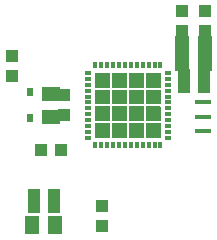
<source format=gbr>
G04 EAGLE Gerber RS-274X export*
G75*
%MOMM*%
%FSLAX34Y34*%
%LPD*%
%INSolderpaste Bottom*%
%IPPOS*%
%AMOC8*
5,1,8,0,0,1.08239X$1,22.5*%
G01*
%ADD10R,1.100000X1.000000*%
%ADD11R,1.300000X1.500000*%
%ADD12R,1.000000X1.100000*%
%ADD13R,1.399997X0.400000*%
%ADD14R,1.500000X1.300000*%
%ADD15R,0.550000X0.297181*%
%ADD16R,0.297181X0.550000*%
%ADD17R,0.500000X0.800000*%

G36*
X-13635Y164324D02*
X-13635Y164324D01*
X-13632Y164323D01*
X-13589Y164343D01*
X-13546Y164361D01*
X-13545Y164363D01*
X-13543Y164364D01*
X-13510Y164449D01*
X-13510Y176673D01*
X-13511Y176675D01*
X-13510Y176677D01*
X-13530Y176720D01*
X-13549Y176764D01*
X-13551Y176764D01*
X-13552Y176766D01*
X-13637Y176799D01*
X-25861Y176799D01*
X-25863Y176798D01*
X-25865Y176799D01*
X-25908Y176779D01*
X-25951Y176761D01*
X-25952Y176759D01*
X-25954Y176758D01*
X-25987Y176673D01*
X-25987Y164449D01*
X-25986Y164447D01*
X-25987Y164445D01*
X-25967Y164402D01*
X-25948Y164358D01*
X-25946Y164358D01*
X-25945Y164356D01*
X-25861Y164323D01*
X-13637Y164323D01*
X-13635Y164324D01*
G37*
G36*
X14814Y164324D02*
X14814Y164324D01*
X14816Y164323D01*
X14859Y164343D01*
X14902Y164361D01*
X14903Y164363D01*
X14905Y164364D01*
X14938Y164449D01*
X14938Y176673D01*
X14937Y176675D01*
X14938Y176677D01*
X14918Y176720D01*
X14899Y176764D01*
X14897Y176764D01*
X14896Y176766D01*
X14812Y176799D01*
X2588Y176799D01*
X2586Y176798D01*
X2583Y176799D01*
X2540Y176779D01*
X2497Y176761D01*
X2496Y176759D01*
X2494Y176758D01*
X2461Y176673D01*
X2461Y164449D01*
X2462Y164447D01*
X2461Y164445D01*
X2481Y164402D01*
X2500Y164358D01*
X2502Y164358D01*
X2503Y164356D01*
X2588Y164323D01*
X14812Y164323D01*
X14814Y164324D01*
G37*
G36*
X590Y164324D02*
X590Y164324D01*
X592Y164323D01*
X635Y164343D01*
X678Y164361D01*
X679Y164363D01*
X681Y164364D01*
X714Y164449D01*
X714Y176673D01*
X713Y176675D01*
X714Y176677D01*
X694Y176720D01*
X675Y176764D01*
X673Y176764D01*
X672Y176766D01*
X588Y176799D01*
X-11637Y176799D01*
X-11639Y176798D01*
X-11641Y176799D01*
X-11684Y176779D01*
X-11727Y176761D01*
X-11728Y176759D01*
X-11730Y176758D01*
X-11763Y176673D01*
X-11763Y164449D01*
X-11762Y164447D01*
X-11763Y164445D01*
X-11743Y164402D01*
X-11724Y164358D01*
X-11722Y164358D01*
X-11721Y164356D01*
X-11637Y164323D01*
X588Y164323D01*
X590Y164324D01*
G37*
G36*
X29038Y164324D02*
X29038Y164324D01*
X29040Y164323D01*
X29083Y164343D01*
X29126Y164361D01*
X29127Y164363D01*
X29129Y164364D01*
X29162Y164449D01*
X29162Y176673D01*
X29161Y176675D01*
X29162Y176677D01*
X29142Y176720D01*
X29123Y176764D01*
X29121Y176764D01*
X29120Y176766D01*
X29036Y176799D01*
X16812Y176799D01*
X16810Y176798D01*
X16807Y176799D01*
X16764Y176779D01*
X16721Y176761D01*
X16720Y176759D01*
X16718Y176758D01*
X16685Y176673D01*
X16685Y164449D01*
X16686Y164447D01*
X16685Y164445D01*
X16705Y164402D01*
X16724Y164358D01*
X16726Y164358D01*
X16727Y164356D01*
X16812Y164323D01*
X29036Y164323D01*
X29038Y164324D01*
G37*
G36*
X14814Y150100D02*
X14814Y150100D01*
X14816Y150099D01*
X14859Y150119D01*
X14902Y150137D01*
X14903Y150139D01*
X14905Y150140D01*
X14938Y150225D01*
X14938Y162449D01*
X14937Y162451D01*
X14938Y162453D01*
X14918Y162496D01*
X14899Y162540D01*
X14897Y162540D01*
X14896Y162542D01*
X14812Y162575D01*
X2588Y162575D01*
X2586Y162574D01*
X2583Y162575D01*
X2540Y162555D01*
X2497Y162537D01*
X2496Y162535D01*
X2494Y162534D01*
X2461Y162449D01*
X2461Y150225D01*
X2462Y150223D01*
X2461Y150221D01*
X2481Y150178D01*
X2500Y150134D01*
X2502Y150134D01*
X2503Y150132D01*
X2588Y150099D01*
X14812Y150099D01*
X14814Y150100D01*
G37*
G36*
X-13635Y150100D02*
X-13635Y150100D01*
X-13632Y150099D01*
X-13589Y150119D01*
X-13546Y150137D01*
X-13545Y150139D01*
X-13543Y150140D01*
X-13510Y150225D01*
X-13510Y162449D01*
X-13511Y162451D01*
X-13510Y162453D01*
X-13530Y162496D01*
X-13549Y162540D01*
X-13551Y162540D01*
X-13552Y162542D01*
X-13637Y162575D01*
X-25861Y162575D01*
X-25863Y162574D01*
X-25865Y162575D01*
X-25908Y162555D01*
X-25951Y162537D01*
X-25952Y162535D01*
X-25954Y162534D01*
X-25987Y162449D01*
X-25987Y150225D01*
X-25986Y150223D01*
X-25987Y150221D01*
X-25967Y150178D01*
X-25948Y150134D01*
X-25946Y150134D01*
X-25945Y150132D01*
X-25861Y150099D01*
X-13637Y150099D01*
X-13635Y150100D01*
G37*
G36*
X590Y150100D02*
X590Y150100D01*
X592Y150099D01*
X635Y150119D01*
X678Y150137D01*
X679Y150139D01*
X681Y150140D01*
X714Y150225D01*
X714Y162449D01*
X713Y162451D01*
X714Y162453D01*
X694Y162496D01*
X675Y162540D01*
X673Y162540D01*
X672Y162542D01*
X588Y162575D01*
X-11637Y162575D01*
X-11639Y162574D01*
X-11641Y162575D01*
X-11684Y162555D01*
X-11727Y162537D01*
X-11728Y162535D01*
X-11730Y162534D01*
X-11763Y162449D01*
X-11763Y150225D01*
X-11762Y150223D01*
X-11763Y150221D01*
X-11743Y150178D01*
X-11724Y150134D01*
X-11722Y150134D01*
X-11721Y150132D01*
X-11637Y150099D01*
X588Y150099D01*
X590Y150100D01*
G37*
G36*
X29038Y150100D02*
X29038Y150100D01*
X29040Y150099D01*
X29083Y150119D01*
X29126Y150137D01*
X29127Y150139D01*
X29129Y150140D01*
X29162Y150225D01*
X29162Y162449D01*
X29161Y162451D01*
X29162Y162453D01*
X29142Y162496D01*
X29123Y162540D01*
X29121Y162540D01*
X29120Y162542D01*
X29036Y162575D01*
X16812Y162575D01*
X16810Y162574D01*
X16807Y162575D01*
X16764Y162555D01*
X16721Y162537D01*
X16720Y162535D01*
X16718Y162534D01*
X16685Y162449D01*
X16685Y150225D01*
X16686Y150223D01*
X16685Y150221D01*
X16705Y150178D01*
X16724Y150134D01*
X16726Y150134D01*
X16727Y150132D01*
X16812Y150099D01*
X29036Y150099D01*
X29038Y150100D01*
G37*
G36*
X-13635Y135876D02*
X-13635Y135876D01*
X-13632Y135875D01*
X-13589Y135895D01*
X-13546Y135913D01*
X-13545Y135915D01*
X-13543Y135916D01*
X-13510Y136001D01*
X-13510Y148225D01*
X-13511Y148227D01*
X-13510Y148229D01*
X-13530Y148272D01*
X-13549Y148316D01*
X-13551Y148316D01*
X-13552Y148318D01*
X-13637Y148351D01*
X-25861Y148351D01*
X-25863Y148350D01*
X-25865Y148351D01*
X-25908Y148331D01*
X-25951Y148313D01*
X-25952Y148311D01*
X-25954Y148310D01*
X-25987Y148225D01*
X-25987Y136001D01*
X-25986Y135999D01*
X-25987Y135997D01*
X-25967Y135954D01*
X-25948Y135910D01*
X-25946Y135910D01*
X-25945Y135908D01*
X-25861Y135875D01*
X-13637Y135875D01*
X-13635Y135876D01*
G37*
G36*
X14814Y135876D02*
X14814Y135876D01*
X14816Y135875D01*
X14859Y135895D01*
X14902Y135913D01*
X14903Y135915D01*
X14905Y135916D01*
X14938Y136001D01*
X14938Y148225D01*
X14937Y148227D01*
X14938Y148229D01*
X14918Y148272D01*
X14899Y148316D01*
X14897Y148316D01*
X14896Y148318D01*
X14812Y148351D01*
X2588Y148351D01*
X2586Y148350D01*
X2583Y148351D01*
X2540Y148331D01*
X2497Y148313D01*
X2496Y148311D01*
X2494Y148310D01*
X2461Y148225D01*
X2461Y136001D01*
X2462Y135999D01*
X2461Y135997D01*
X2481Y135954D01*
X2500Y135910D01*
X2502Y135910D01*
X2503Y135908D01*
X2588Y135875D01*
X14812Y135875D01*
X14814Y135876D01*
G37*
G36*
X590Y135876D02*
X590Y135876D01*
X592Y135875D01*
X635Y135895D01*
X678Y135913D01*
X679Y135915D01*
X681Y135916D01*
X714Y136001D01*
X714Y148225D01*
X713Y148227D01*
X714Y148229D01*
X694Y148272D01*
X675Y148316D01*
X673Y148316D01*
X672Y148318D01*
X588Y148351D01*
X-11637Y148351D01*
X-11639Y148350D01*
X-11641Y148351D01*
X-11684Y148331D01*
X-11727Y148313D01*
X-11728Y148311D01*
X-11730Y148310D01*
X-11763Y148225D01*
X-11763Y136001D01*
X-11762Y135999D01*
X-11763Y135997D01*
X-11743Y135954D01*
X-11724Y135910D01*
X-11722Y135910D01*
X-11721Y135908D01*
X-11637Y135875D01*
X588Y135875D01*
X590Y135876D01*
G37*
G36*
X29038Y135876D02*
X29038Y135876D01*
X29040Y135875D01*
X29083Y135895D01*
X29126Y135913D01*
X29127Y135915D01*
X29129Y135916D01*
X29162Y136001D01*
X29162Y148225D01*
X29161Y148227D01*
X29162Y148229D01*
X29142Y148272D01*
X29123Y148316D01*
X29121Y148316D01*
X29120Y148318D01*
X29036Y148351D01*
X16812Y148351D01*
X16810Y148350D01*
X16807Y148351D01*
X16764Y148331D01*
X16721Y148313D01*
X16720Y148311D01*
X16718Y148310D01*
X16685Y148225D01*
X16685Y136001D01*
X16686Y135999D01*
X16685Y135997D01*
X16705Y135954D01*
X16724Y135910D01*
X16726Y135910D01*
X16727Y135908D01*
X16812Y135875D01*
X29036Y135875D01*
X29038Y135876D01*
G37*
G36*
X590Y121652D02*
X590Y121652D01*
X592Y121651D01*
X635Y121671D01*
X678Y121689D01*
X679Y121691D01*
X681Y121692D01*
X714Y121777D01*
X714Y134001D01*
X713Y134003D01*
X714Y134005D01*
X694Y134048D01*
X675Y134092D01*
X673Y134092D01*
X672Y134094D01*
X588Y134127D01*
X-11637Y134127D01*
X-11639Y134126D01*
X-11641Y134127D01*
X-11684Y134107D01*
X-11727Y134089D01*
X-11728Y134087D01*
X-11730Y134086D01*
X-11763Y134001D01*
X-11763Y121777D01*
X-11762Y121775D01*
X-11763Y121773D01*
X-11743Y121730D01*
X-11724Y121686D01*
X-11722Y121686D01*
X-11721Y121684D01*
X-11637Y121651D01*
X588Y121651D01*
X590Y121652D01*
G37*
G36*
X14814Y121652D02*
X14814Y121652D01*
X14816Y121651D01*
X14859Y121671D01*
X14902Y121689D01*
X14903Y121691D01*
X14905Y121692D01*
X14938Y121777D01*
X14938Y134001D01*
X14937Y134003D01*
X14938Y134005D01*
X14918Y134048D01*
X14899Y134092D01*
X14897Y134092D01*
X14896Y134094D01*
X14812Y134127D01*
X2588Y134127D01*
X2586Y134126D01*
X2583Y134127D01*
X2540Y134107D01*
X2497Y134089D01*
X2496Y134087D01*
X2494Y134086D01*
X2461Y134001D01*
X2461Y121777D01*
X2462Y121775D01*
X2461Y121773D01*
X2481Y121730D01*
X2500Y121686D01*
X2502Y121686D01*
X2503Y121684D01*
X2588Y121651D01*
X14812Y121651D01*
X14814Y121652D01*
G37*
G36*
X29038Y121652D02*
X29038Y121652D01*
X29040Y121651D01*
X29083Y121671D01*
X29126Y121689D01*
X29127Y121691D01*
X29129Y121692D01*
X29162Y121777D01*
X29162Y134001D01*
X29161Y134003D01*
X29162Y134005D01*
X29142Y134048D01*
X29123Y134092D01*
X29121Y134092D01*
X29120Y134094D01*
X29036Y134127D01*
X16812Y134127D01*
X16810Y134126D01*
X16807Y134127D01*
X16764Y134107D01*
X16721Y134089D01*
X16720Y134087D01*
X16718Y134086D01*
X16685Y134001D01*
X16685Y121777D01*
X16686Y121775D01*
X16685Y121773D01*
X16705Y121730D01*
X16724Y121686D01*
X16726Y121686D01*
X16727Y121684D01*
X16812Y121651D01*
X29036Y121651D01*
X29038Y121652D01*
G37*
G36*
X-13635Y121652D02*
X-13635Y121652D01*
X-13632Y121651D01*
X-13589Y121671D01*
X-13546Y121689D01*
X-13545Y121691D01*
X-13543Y121692D01*
X-13510Y121777D01*
X-13510Y134001D01*
X-13511Y134003D01*
X-13510Y134005D01*
X-13530Y134048D01*
X-13549Y134092D01*
X-13551Y134092D01*
X-13552Y134094D01*
X-13637Y134127D01*
X-25861Y134127D01*
X-25863Y134126D01*
X-25865Y134127D01*
X-25908Y134107D01*
X-25951Y134089D01*
X-25952Y134087D01*
X-25954Y134086D01*
X-25987Y134001D01*
X-25987Y121777D01*
X-25986Y121775D01*
X-25987Y121773D01*
X-25967Y121730D01*
X-25948Y121686D01*
X-25946Y121686D01*
X-25945Y121684D01*
X-25861Y121651D01*
X-13637Y121651D01*
X-13635Y121652D01*
G37*
D10*
X65650Y165100D03*
X48650Y165100D03*
D11*
X47650Y185738D03*
X66650Y185738D03*
D12*
X-55000Y111125D03*
X-72000Y111125D03*
D13*
X65088Y151700D03*
X65088Y139700D03*
X65088Y127700D03*
D12*
X-52388Y140725D03*
X-52388Y157725D03*
D10*
X65650Y174625D03*
X48650Y174625D03*
D11*
X47650Y200025D03*
X66650Y200025D03*
D10*
X-96838Y174063D03*
X-96838Y191063D03*
D14*
X-63500Y158725D03*
X-63500Y139725D03*
D10*
X66675Y229163D03*
X66675Y212163D03*
X47625Y229163D03*
X47625Y212163D03*
D11*
X-60350Y47625D03*
X-79350Y47625D03*
D10*
X-20638Y47063D03*
X-20638Y64063D03*
X-78350Y73025D03*
X-61350Y73025D03*
X-78350Y63500D03*
X-61350Y63500D03*
D15*
X35388Y176732D03*
X35388Y171731D03*
X35388Y166729D03*
X35388Y161728D03*
X35388Y156727D03*
X35388Y151726D03*
X35388Y146724D03*
X35388Y141723D03*
X35388Y136722D03*
X35388Y131721D03*
X35388Y126719D03*
X35388Y121718D03*
D16*
X29095Y115425D03*
X24094Y115425D03*
X19092Y115425D03*
X14091Y115425D03*
X9090Y115425D03*
X4089Y115425D03*
X-914Y115425D03*
X-5915Y115425D03*
X-10916Y115425D03*
X-15917Y115425D03*
X-20919Y115425D03*
X-25920Y115425D03*
D15*
X-32213Y121718D03*
X-32213Y126719D03*
X-32213Y131721D03*
X-32213Y136722D03*
X-32213Y141723D03*
X-32213Y146724D03*
X-32213Y151726D03*
X-32213Y156727D03*
X-32213Y161728D03*
X-32213Y166729D03*
X-32213Y171731D03*
X-32213Y176732D03*
D16*
X-25920Y183025D03*
X-20919Y183025D03*
X-15917Y183025D03*
X-10916Y183025D03*
X-5915Y183025D03*
X-914Y183025D03*
X4089Y183025D03*
X9090Y183025D03*
X14091Y183025D03*
X19092Y183025D03*
X24094Y183025D03*
X29095Y183025D03*
D17*
X-80963Y138225D03*
X-80963Y160225D03*
M02*

</source>
